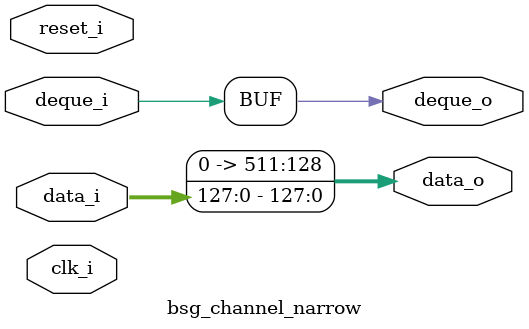
<source format=v>


module top
(
  clk_i,
  reset_i,
  data_i,
  deque_o,
  data_o,
  deque_i
);

  input [127:0] data_i;
  output [511:0] data_o;
  input clk_i;
  input reset_i;
  input deque_i;
  output deque_o;

  bsg_channel_narrow
  wrapper
  (
    .data_i(data_i),
    .data_o(data_o),
    .clk_i(clk_i),
    .reset_i(reset_i),
    .deque_i(deque_i),
    .deque_o(deque_o)
  );


endmodule



module bsg_channel_narrow
(
  clk_i,
  reset_i,
  data_i,
  deque_o,
  data_o,
  deque_i
);

  input [127:0] data_i;
  output [511:0] data_o;
  input clk_i;
  input reset_i;
  input deque_i;
  output deque_o;
  wire [511:0] data_o;
  wire deque_o,deque_i;
  assign data_o[128] = 1'b0;
  assign data_o[129] = 1'b0;
  assign data_o[130] = 1'b0;
  assign data_o[131] = 1'b0;
  assign data_o[132] = 1'b0;
  assign data_o[133] = 1'b0;
  assign data_o[134] = 1'b0;
  assign data_o[135] = 1'b0;
  assign data_o[136] = 1'b0;
  assign data_o[137] = 1'b0;
  assign data_o[138] = 1'b0;
  assign data_o[139] = 1'b0;
  assign data_o[140] = 1'b0;
  assign data_o[141] = 1'b0;
  assign data_o[142] = 1'b0;
  assign data_o[143] = 1'b0;
  assign data_o[144] = 1'b0;
  assign data_o[145] = 1'b0;
  assign data_o[146] = 1'b0;
  assign data_o[147] = 1'b0;
  assign data_o[148] = 1'b0;
  assign data_o[149] = 1'b0;
  assign data_o[150] = 1'b0;
  assign data_o[151] = 1'b0;
  assign data_o[152] = 1'b0;
  assign data_o[153] = 1'b0;
  assign data_o[154] = 1'b0;
  assign data_o[155] = 1'b0;
  assign data_o[156] = 1'b0;
  assign data_o[157] = 1'b0;
  assign data_o[158] = 1'b0;
  assign data_o[159] = 1'b0;
  assign data_o[160] = 1'b0;
  assign data_o[161] = 1'b0;
  assign data_o[162] = 1'b0;
  assign data_o[163] = 1'b0;
  assign data_o[164] = 1'b0;
  assign data_o[165] = 1'b0;
  assign data_o[166] = 1'b0;
  assign data_o[167] = 1'b0;
  assign data_o[168] = 1'b0;
  assign data_o[169] = 1'b0;
  assign data_o[170] = 1'b0;
  assign data_o[171] = 1'b0;
  assign data_o[172] = 1'b0;
  assign data_o[173] = 1'b0;
  assign data_o[174] = 1'b0;
  assign data_o[175] = 1'b0;
  assign data_o[176] = 1'b0;
  assign data_o[177] = 1'b0;
  assign data_o[178] = 1'b0;
  assign data_o[179] = 1'b0;
  assign data_o[180] = 1'b0;
  assign data_o[181] = 1'b0;
  assign data_o[182] = 1'b0;
  assign data_o[183] = 1'b0;
  assign data_o[184] = 1'b0;
  assign data_o[185] = 1'b0;
  assign data_o[186] = 1'b0;
  assign data_o[187] = 1'b0;
  assign data_o[188] = 1'b0;
  assign data_o[189] = 1'b0;
  assign data_o[190] = 1'b0;
  assign data_o[191] = 1'b0;
  assign data_o[192] = 1'b0;
  assign data_o[193] = 1'b0;
  assign data_o[194] = 1'b0;
  assign data_o[195] = 1'b0;
  assign data_o[196] = 1'b0;
  assign data_o[197] = 1'b0;
  assign data_o[198] = 1'b0;
  assign data_o[199] = 1'b0;
  assign data_o[200] = 1'b0;
  assign data_o[201] = 1'b0;
  assign data_o[202] = 1'b0;
  assign data_o[203] = 1'b0;
  assign data_o[204] = 1'b0;
  assign data_o[205] = 1'b0;
  assign data_o[206] = 1'b0;
  assign data_o[207] = 1'b0;
  assign data_o[208] = 1'b0;
  assign data_o[209] = 1'b0;
  assign data_o[210] = 1'b0;
  assign data_o[211] = 1'b0;
  assign data_o[212] = 1'b0;
  assign data_o[213] = 1'b0;
  assign data_o[214] = 1'b0;
  assign data_o[215] = 1'b0;
  assign data_o[216] = 1'b0;
  assign data_o[217] = 1'b0;
  assign data_o[218] = 1'b0;
  assign data_o[219] = 1'b0;
  assign data_o[220] = 1'b0;
  assign data_o[221] = 1'b0;
  assign data_o[222] = 1'b0;
  assign data_o[223] = 1'b0;
  assign data_o[224] = 1'b0;
  assign data_o[225] = 1'b0;
  assign data_o[226] = 1'b0;
  assign data_o[227] = 1'b0;
  assign data_o[228] = 1'b0;
  assign data_o[229] = 1'b0;
  assign data_o[230] = 1'b0;
  assign data_o[231] = 1'b0;
  assign data_o[232] = 1'b0;
  assign data_o[233] = 1'b0;
  assign data_o[234] = 1'b0;
  assign data_o[235] = 1'b0;
  assign data_o[236] = 1'b0;
  assign data_o[237] = 1'b0;
  assign data_o[238] = 1'b0;
  assign data_o[239] = 1'b0;
  assign data_o[240] = 1'b0;
  assign data_o[241] = 1'b0;
  assign data_o[242] = 1'b0;
  assign data_o[243] = 1'b0;
  assign data_o[244] = 1'b0;
  assign data_o[245] = 1'b0;
  assign data_o[246] = 1'b0;
  assign data_o[247] = 1'b0;
  assign data_o[248] = 1'b0;
  assign data_o[249] = 1'b0;
  assign data_o[250] = 1'b0;
  assign data_o[251] = 1'b0;
  assign data_o[252] = 1'b0;
  assign data_o[253] = 1'b0;
  assign data_o[254] = 1'b0;
  assign data_o[255] = 1'b0;
  assign data_o[256] = 1'b0;
  assign data_o[257] = 1'b0;
  assign data_o[258] = 1'b0;
  assign data_o[259] = 1'b0;
  assign data_o[260] = 1'b0;
  assign data_o[261] = 1'b0;
  assign data_o[262] = 1'b0;
  assign data_o[263] = 1'b0;
  assign data_o[264] = 1'b0;
  assign data_o[265] = 1'b0;
  assign data_o[266] = 1'b0;
  assign data_o[267] = 1'b0;
  assign data_o[268] = 1'b0;
  assign data_o[269] = 1'b0;
  assign data_o[270] = 1'b0;
  assign data_o[271] = 1'b0;
  assign data_o[272] = 1'b0;
  assign data_o[273] = 1'b0;
  assign data_o[274] = 1'b0;
  assign data_o[275] = 1'b0;
  assign data_o[276] = 1'b0;
  assign data_o[277] = 1'b0;
  assign data_o[278] = 1'b0;
  assign data_o[279] = 1'b0;
  assign data_o[280] = 1'b0;
  assign data_o[281] = 1'b0;
  assign data_o[282] = 1'b0;
  assign data_o[283] = 1'b0;
  assign data_o[284] = 1'b0;
  assign data_o[285] = 1'b0;
  assign data_o[286] = 1'b0;
  assign data_o[287] = 1'b0;
  assign data_o[288] = 1'b0;
  assign data_o[289] = 1'b0;
  assign data_o[290] = 1'b0;
  assign data_o[291] = 1'b0;
  assign data_o[292] = 1'b0;
  assign data_o[293] = 1'b0;
  assign data_o[294] = 1'b0;
  assign data_o[295] = 1'b0;
  assign data_o[296] = 1'b0;
  assign data_o[297] = 1'b0;
  assign data_o[298] = 1'b0;
  assign data_o[299] = 1'b0;
  assign data_o[300] = 1'b0;
  assign data_o[301] = 1'b0;
  assign data_o[302] = 1'b0;
  assign data_o[303] = 1'b0;
  assign data_o[304] = 1'b0;
  assign data_o[305] = 1'b0;
  assign data_o[306] = 1'b0;
  assign data_o[307] = 1'b0;
  assign data_o[308] = 1'b0;
  assign data_o[309] = 1'b0;
  assign data_o[310] = 1'b0;
  assign data_o[311] = 1'b0;
  assign data_o[312] = 1'b0;
  assign data_o[313] = 1'b0;
  assign data_o[314] = 1'b0;
  assign data_o[315] = 1'b0;
  assign data_o[316] = 1'b0;
  assign data_o[317] = 1'b0;
  assign data_o[318] = 1'b0;
  assign data_o[319] = 1'b0;
  assign data_o[320] = 1'b0;
  assign data_o[321] = 1'b0;
  assign data_o[322] = 1'b0;
  assign data_o[323] = 1'b0;
  assign data_o[324] = 1'b0;
  assign data_o[325] = 1'b0;
  assign data_o[326] = 1'b0;
  assign data_o[327] = 1'b0;
  assign data_o[328] = 1'b0;
  assign data_o[329] = 1'b0;
  assign data_o[330] = 1'b0;
  assign data_o[331] = 1'b0;
  assign data_o[332] = 1'b0;
  assign data_o[333] = 1'b0;
  assign data_o[334] = 1'b0;
  assign data_o[335] = 1'b0;
  assign data_o[336] = 1'b0;
  assign data_o[337] = 1'b0;
  assign data_o[338] = 1'b0;
  assign data_o[339] = 1'b0;
  assign data_o[340] = 1'b0;
  assign data_o[341] = 1'b0;
  assign data_o[342] = 1'b0;
  assign data_o[343] = 1'b0;
  assign data_o[344] = 1'b0;
  assign data_o[345] = 1'b0;
  assign data_o[346] = 1'b0;
  assign data_o[347] = 1'b0;
  assign data_o[348] = 1'b0;
  assign data_o[349] = 1'b0;
  assign data_o[350] = 1'b0;
  assign data_o[351] = 1'b0;
  assign data_o[352] = 1'b0;
  assign data_o[353] = 1'b0;
  assign data_o[354] = 1'b0;
  assign data_o[355] = 1'b0;
  assign data_o[356] = 1'b0;
  assign data_o[357] = 1'b0;
  assign data_o[358] = 1'b0;
  assign data_o[359] = 1'b0;
  assign data_o[360] = 1'b0;
  assign data_o[361] = 1'b0;
  assign data_o[362] = 1'b0;
  assign data_o[363] = 1'b0;
  assign data_o[364] = 1'b0;
  assign data_o[365] = 1'b0;
  assign data_o[366] = 1'b0;
  assign data_o[367] = 1'b0;
  assign data_o[368] = 1'b0;
  assign data_o[369] = 1'b0;
  assign data_o[370] = 1'b0;
  assign data_o[371] = 1'b0;
  assign data_o[372] = 1'b0;
  assign data_o[373] = 1'b0;
  assign data_o[374] = 1'b0;
  assign data_o[375] = 1'b0;
  assign data_o[376] = 1'b0;
  assign data_o[377] = 1'b0;
  assign data_o[378] = 1'b0;
  assign data_o[379] = 1'b0;
  assign data_o[380] = 1'b0;
  assign data_o[381] = 1'b0;
  assign data_o[382] = 1'b0;
  assign data_o[383] = 1'b0;
  assign data_o[384] = 1'b0;
  assign data_o[385] = 1'b0;
  assign data_o[386] = 1'b0;
  assign data_o[387] = 1'b0;
  assign data_o[388] = 1'b0;
  assign data_o[389] = 1'b0;
  assign data_o[390] = 1'b0;
  assign data_o[391] = 1'b0;
  assign data_o[392] = 1'b0;
  assign data_o[393] = 1'b0;
  assign data_o[394] = 1'b0;
  assign data_o[395] = 1'b0;
  assign data_o[396] = 1'b0;
  assign data_o[397] = 1'b0;
  assign data_o[398] = 1'b0;
  assign data_o[399] = 1'b0;
  assign data_o[400] = 1'b0;
  assign data_o[401] = 1'b0;
  assign data_o[402] = 1'b0;
  assign data_o[403] = 1'b0;
  assign data_o[404] = 1'b0;
  assign data_o[405] = 1'b0;
  assign data_o[406] = 1'b0;
  assign data_o[407] = 1'b0;
  assign data_o[408] = 1'b0;
  assign data_o[409] = 1'b0;
  assign data_o[410] = 1'b0;
  assign data_o[411] = 1'b0;
  assign data_o[412] = 1'b0;
  assign data_o[413] = 1'b0;
  assign data_o[414] = 1'b0;
  assign data_o[415] = 1'b0;
  assign data_o[416] = 1'b0;
  assign data_o[417] = 1'b0;
  assign data_o[418] = 1'b0;
  assign data_o[419] = 1'b0;
  assign data_o[420] = 1'b0;
  assign data_o[421] = 1'b0;
  assign data_o[422] = 1'b0;
  assign data_o[423] = 1'b0;
  assign data_o[424] = 1'b0;
  assign data_o[425] = 1'b0;
  assign data_o[426] = 1'b0;
  assign data_o[427] = 1'b0;
  assign data_o[428] = 1'b0;
  assign data_o[429] = 1'b0;
  assign data_o[430] = 1'b0;
  assign data_o[431] = 1'b0;
  assign data_o[432] = 1'b0;
  assign data_o[433] = 1'b0;
  assign data_o[434] = 1'b0;
  assign data_o[435] = 1'b0;
  assign data_o[436] = 1'b0;
  assign data_o[437] = 1'b0;
  assign data_o[438] = 1'b0;
  assign data_o[439] = 1'b0;
  assign data_o[440] = 1'b0;
  assign data_o[441] = 1'b0;
  assign data_o[442] = 1'b0;
  assign data_o[443] = 1'b0;
  assign data_o[444] = 1'b0;
  assign data_o[445] = 1'b0;
  assign data_o[446] = 1'b0;
  assign data_o[447] = 1'b0;
  assign data_o[448] = 1'b0;
  assign data_o[449] = 1'b0;
  assign data_o[450] = 1'b0;
  assign data_o[451] = 1'b0;
  assign data_o[452] = 1'b0;
  assign data_o[453] = 1'b0;
  assign data_o[454] = 1'b0;
  assign data_o[455] = 1'b0;
  assign data_o[456] = 1'b0;
  assign data_o[457] = 1'b0;
  assign data_o[458] = 1'b0;
  assign data_o[459] = 1'b0;
  assign data_o[460] = 1'b0;
  assign data_o[461] = 1'b0;
  assign data_o[462] = 1'b0;
  assign data_o[463] = 1'b0;
  assign data_o[464] = 1'b0;
  assign data_o[465] = 1'b0;
  assign data_o[466] = 1'b0;
  assign data_o[467] = 1'b0;
  assign data_o[468] = 1'b0;
  assign data_o[469] = 1'b0;
  assign data_o[470] = 1'b0;
  assign data_o[471] = 1'b0;
  assign data_o[472] = 1'b0;
  assign data_o[473] = 1'b0;
  assign data_o[474] = 1'b0;
  assign data_o[475] = 1'b0;
  assign data_o[476] = 1'b0;
  assign data_o[477] = 1'b0;
  assign data_o[478] = 1'b0;
  assign data_o[479] = 1'b0;
  assign data_o[480] = 1'b0;
  assign data_o[481] = 1'b0;
  assign data_o[482] = 1'b0;
  assign data_o[483] = 1'b0;
  assign data_o[484] = 1'b0;
  assign data_o[485] = 1'b0;
  assign data_o[486] = 1'b0;
  assign data_o[487] = 1'b0;
  assign data_o[488] = 1'b0;
  assign data_o[489] = 1'b0;
  assign data_o[490] = 1'b0;
  assign data_o[491] = 1'b0;
  assign data_o[492] = 1'b0;
  assign data_o[493] = 1'b0;
  assign data_o[494] = 1'b0;
  assign data_o[495] = 1'b0;
  assign data_o[496] = 1'b0;
  assign data_o[497] = 1'b0;
  assign data_o[498] = 1'b0;
  assign data_o[499] = 1'b0;
  assign data_o[500] = 1'b0;
  assign data_o[501] = 1'b0;
  assign data_o[502] = 1'b0;
  assign data_o[503] = 1'b0;
  assign data_o[504] = 1'b0;
  assign data_o[505] = 1'b0;
  assign data_o[506] = 1'b0;
  assign data_o[507] = 1'b0;
  assign data_o[508] = 1'b0;
  assign data_o[509] = 1'b0;
  assign data_o[510] = 1'b0;
  assign data_o[511] = 1'b0;
  assign deque_o = deque_i;
  assign data_o[127] = data_i[127];
  assign data_o[126] = data_i[126];
  assign data_o[125] = data_i[125];
  assign data_o[124] = data_i[124];
  assign data_o[123] = data_i[123];
  assign data_o[122] = data_i[122];
  assign data_o[121] = data_i[121];
  assign data_o[120] = data_i[120];
  assign data_o[119] = data_i[119];
  assign data_o[118] = data_i[118];
  assign data_o[117] = data_i[117];
  assign data_o[116] = data_i[116];
  assign data_o[115] = data_i[115];
  assign data_o[114] = data_i[114];
  assign data_o[113] = data_i[113];
  assign data_o[112] = data_i[112];
  assign data_o[111] = data_i[111];
  assign data_o[110] = data_i[110];
  assign data_o[109] = data_i[109];
  assign data_o[108] = data_i[108];
  assign data_o[107] = data_i[107];
  assign data_o[106] = data_i[106];
  assign data_o[105] = data_i[105];
  assign data_o[104] = data_i[104];
  assign data_o[103] = data_i[103];
  assign data_o[102] = data_i[102];
  assign data_o[101] = data_i[101];
  assign data_o[100] = data_i[100];
  assign data_o[99] = data_i[99];
  assign data_o[98] = data_i[98];
  assign data_o[97] = data_i[97];
  assign data_o[96] = data_i[96];
  assign data_o[95] = data_i[95];
  assign data_o[94] = data_i[94];
  assign data_o[93] = data_i[93];
  assign data_o[92] = data_i[92];
  assign data_o[91] = data_i[91];
  assign data_o[90] = data_i[90];
  assign data_o[89] = data_i[89];
  assign data_o[88] = data_i[88];
  assign data_o[87] = data_i[87];
  assign data_o[86] = data_i[86];
  assign data_o[85] = data_i[85];
  assign data_o[84] = data_i[84];
  assign data_o[83] = data_i[83];
  assign data_o[82] = data_i[82];
  assign data_o[81] = data_i[81];
  assign data_o[80] = data_i[80];
  assign data_o[79] = data_i[79];
  assign data_o[78] = data_i[78];
  assign data_o[77] = data_i[77];
  assign data_o[76] = data_i[76];
  assign data_o[75] = data_i[75];
  assign data_o[74] = data_i[74];
  assign data_o[73] = data_i[73];
  assign data_o[72] = data_i[72];
  assign data_o[71] = data_i[71];
  assign data_o[70] = data_i[70];
  assign data_o[69] = data_i[69];
  assign data_o[68] = data_i[68];
  assign data_o[67] = data_i[67];
  assign data_o[66] = data_i[66];
  assign data_o[65] = data_i[65];
  assign data_o[64] = data_i[64];
  assign data_o[63] = data_i[63];
  assign data_o[62] = data_i[62];
  assign data_o[61] = data_i[61];
  assign data_o[60] = data_i[60];
  assign data_o[59] = data_i[59];
  assign data_o[58] = data_i[58];
  assign data_o[57] = data_i[57];
  assign data_o[56] = data_i[56];
  assign data_o[55] = data_i[55];
  assign data_o[54] = data_i[54];
  assign data_o[53] = data_i[53];
  assign data_o[52] = data_i[52];
  assign data_o[51] = data_i[51];
  assign data_o[50] = data_i[50];
  assign data_o[49] = data_i[49];
  assign data_o[48] = data_i[48];
  assign data_o[47] = data_i[47];
  assign data_o[46] = data_i[46];
  assign data_o[45] = data_i[45];
  assign data_o[44] = data_i[44];
  assign data_o[43] = data_i[43];
  assign data_o[42] = data_i[42];
  assign data_o[41] = data_i[41];
  assign data_o[40] = data_i[40];
  assign data_o[39] = data_i[39];
  assign data_o[38] = data_i[38];
  assign data_o[37] = data_i[37];
  assign data_o[36] = data_i[36];
  assign data_o[35] = data_i[35];
  assign data_o[34] = data_i[34];
  assign data_o[33] = data_i[33];
  assign data_o[32] = data_i[32];
  assign data_o[31] = data_i[31];
  assign data_o[30] = data_i[30];
  assign data_o[29] = data_i[29];
  assign data_o[28] = data_i[28];
  assign data_o[27] = data_i[27];
  assign data_o[26] = data_i[26];
  assign data_o[25] = data_i[25];
  assign data_o[24] = data_i[24];
  assign data_o[23] = data_i[23];
  assign data_o[22] = data_i[22];
  assign data_o[21] = data_i[21];
  assign data_o[20] = data_i[20];
  assign data_o[19] = data_i[19];
  assign data_o[18] = data_i[18];
  assign data_o[17] = data_i[17];
  assign data_o[16] = data_i[16];
  assign data_o[15] = data_i[15];
  assign data_o[14] = data_i[14];
  assign data_o[13] = data_i[13];
  assign data_o[12] = data_i[12];
  assign data_o[11] = data_i[11];
  assign data_o[10] = data_i[10];
  assign data_o[9] = data_i[9];
  assign data_o[8] = data_i[8];
  assign data_o[7] = data_i[7];
  assign data_o[6] = data_i[6];
  assign data_o[5] = data_i[5];
  assign data_o[4] = data_i[4];
  assign data_o[3] = data_i[3];
  assign data_o[2] = data_i[2];
  assign data_o[1] = data_i[1];
  assign data_o[0] = data_i[0];

endmodule


</source>
